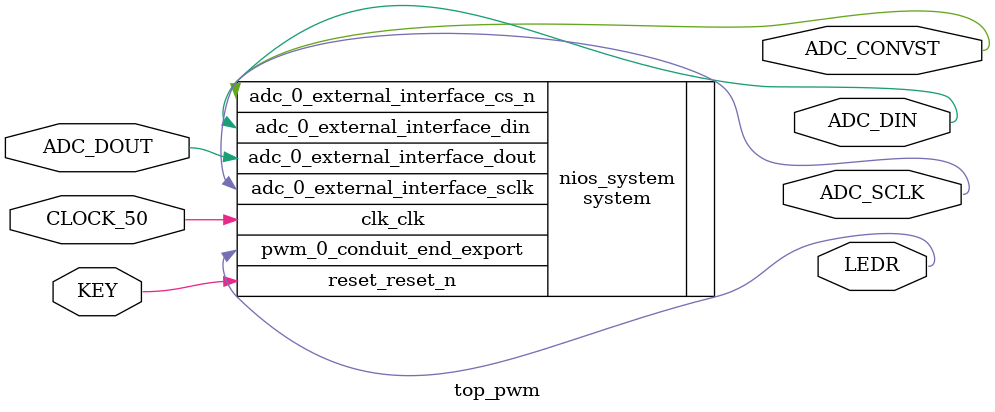
<source format=v>
module top_pwm
( 
input CLOCK_50, 
input [0:0] KEY,

input ADC_DOUT, // Digital data input
output ADC_CONVST, // Conversion Start
output ADC_DIN, // Digital data output
output ADC_SCLK, // Digital clock input

output [0:0] LEDR // output signal for PWM
);   

system nios_system( 

.clk_clk (CLOCK_50), 
.reset_reset_n (KEY[0]), 
.adc_0_external_interface_sclk(ADC_SCLK), // adc_0_external_interface.sclk
.adc_0_external_interface_cs_n(ADC_CONVST), //                         .cs_n
.adc_0_external_interface_dout(ADC_DOUT), //                         .dout
.adc_0_external_interface_din(ADC_DIN),  //   
.pwm_0_conduit_end_export (LEDR) 
); 
endmodule 
</source>
